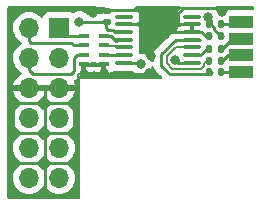
<source format=gbr>
%TF.GenerationSoftware,KiCad,Pcbnew,7.0.8*%
%TF.CreationDate,2024-05-05T13:27:43-04:00*%
%TF.ProjectId,n64amp,6e363461-6d70-42e6-9b69-6361645f7063,rev?*%
%TF.SameCoordinates,Original*%
%TF.FileFunction,Copper,L1,Top*%
%TF.FilePolarity,Positive*%
%FSLAX46Y46*%
G04 Gerber Fmt 4.6, Leading zero omitted, Abs format (unit mm)*
G04 Created by KiCad (PCBNEW 7.0.8) date 2024-05-05 13:27:43*
%MOMM*%
%LPD*%
G01*
G04 APERTURE LIST*
G04 Aperture macros list*
%AMRoundRect*
0 Rectangle with rounded corners*
0 $1 Rounding radius*
0 $2 $3 $4 $5 $6 $7 $8 $9 X,Y pos of 4 corners*
0 Add a 4 corners polygon primitive as box body*
4,1,4,$2,$3,$4,$5,$6,$7,$8,$9,$2,$3,0*
0 Add four circle primitives for the rounded corners*
1,1,$1+$1,$2,$3*
1,1,$1+$1,$4,$5*
1,1,$1+$1,$6,$7*
1,1,$1+$1,$8,$9*
0 Add four rect primitives between the rounded corners*
20,1,$1+$1,$2,$3,$4,$5,0*
20,1,$1+$1,$4,$5,$6,$7,0*
20,1,$1+$1,$6,$7,$8,$9,0*
20,1,$1+$1,$8,$9,$2,$3,0*%
G04 Aperture macros list end*
%TA.AperFunction,SMDPad,CuDef*%
%ADD10RoundRect,0.140000X0.170000X-0.140000X0.170000X0.140000X-0.170000X0.140000X-0.170000X-0.140000X0*%
%TD*%
%TA.AperFunction,SMDPad,CuDef*%
%ADD11RoundRect,0.135000X0.135000X0.185000X-0.135000X0.185000X-0.135000X-0.185000X0.135000X-0.185000X0*%
%TD*%
%TA.AperFunction,SMDPad,CuDef*%
%ADD12R,0.900000X0.400000*%
%TD*%
%TA.AperFunction,SMDPad,CuDef*%
%ADD13RoundRect,0.135000X-0.135000X-0.185000X0.135000X-0.185000X0.135000X0.185000X-0.135000X0.185000X0*%
%TD*%
%TA.AperFunction,SMDPad,CuDef*%
%ADD14R,2.000000X1.000000*%
%TD*%
%TA.AperFunction,SMDPad,CuDef*%
%ADD15RoundRect,0.140000X0.140000X0.170000X-0.140000X0.170000X-0.140000X-0.170000X0.140000X-0.170000X0*%
%TD*%
%TA.AperFunction,SMDPad,CuDef*%
%ADD16RoundRect,0.100000X0.637500X0.100000X-0.637500X0.100000X-0.637500X-0.100000X0.637500X-0.100000X0*%
%TD*%
%TA.AperFunction,ComponentPad*%
%ADD17R,1.700000X1.700000*%
%TD*%
%TA.AperFunction,ComponentPad*%
%ADD18O,1.700000X1.700000*%
%TD*%
%TA.AperFunction,ViaPad*%
%ADD19C,0.800000*%
%TD*%
%TA.AperFunction,Conductor*%
%ADD20C,0.250000*%
%TD*%
%TA.AperFunction,Conductor*%
%ADD21C,0.200000*%
%TD*%
G04 APERTURE END LIST*
D10*
%TO.P,C4,1*%
%TO.N,+5V*%
X20490600Y-13459600D03*
%TO.P,C4,2*%
%TO.N,GND*%
X20490600Y-12499600D03*
%TD*%
D11*
%TO.P,R1,1*%
%TO.N,CSYNC_IN*%
X30179200Y-13614400D03*
%TO.P,R1,2*%
%TO.N,CSYNC_TERM*%
X29159200Y-13614400D03*
%TD*%
D12*
%TO.P,RN1,1,R1.1*%
%TO.N,R_OUT*%
X18511200Y-14618000D03*
%TO.P,RN1,2,R2.1*%
%TO.N,G_OUT*%
X18511200Y-15418000D03*
%TO.P,RN1,3,R3.1*%
%TO.N,B_OUT*%
X18511200Y-16218000D03*
%TO.P,RN1,4,R4.1*%
%TO.N,GND*%
X18511200Y-17018000D03*
%TO.P,RN1,5,R4.2*%
X20211200Y-17018000D03*
%TO.P,RN1,6,R3.2*%
%TO.N,Net-(RN1-R3.2)*%
X20211200Y-16218000D03*
%TO.P,RN1,7,R2.2*%
%TO.N,Net-(RN1-R2.2)*%
X20211200Y-15418000D03*
%TO.P,RN1,8,R1.2*%
%TO.N,Net-(RN1-R1.2)*%
X20211200Y-14618000D03*
%TD*%
D13*
%TO.P,R2,1*%
%TO.N,GND*%
X29157200Y-14630400D03*
%TO.P,R2,2*%
%TO.N,CSYNC_TERM*%
X30177200Y-14630400D03*
%TD*%
D14*
%TO.P,TP4,1,1*%
%TO.N,G_IN*%
X31850000Y-16256000D03*
%TD*%
D15*
%TO.P,C1,1*%
%TO.N,B_IN*%
X30119200Y-15697200D03*
%TO.P,C1,2*%
%TO.N,Net-(U1-CH2_IN)*%
X29159200Y-15697200D03*
%TD*%
%TO.P,C3,1*%
%TO.N,R_IN*%
X30119200Y-17703800D03*
%TO.P,C3,2*%
%TO.N,Net-(U1-CH4_IN)*%
X29159200Y-17703800D03*
%TD*%
D14*
%TO.P,TP2,1,1*%
%TO.N,CSYNC_IN*%
X31851600Y-13436600D03*
%TD*%
D15*
%TO.P,C2,1*%
%TO.N,G_IN*%
X30119200Y-16713200D03*
%TO.P,C2,2*%
%TO.N,Net-(U1-CH3_IN)*%
X29159200Y-16713200D03*
%TD*%
D14*
%TO.P,TP3,1,1*%
%TO.N,B_IN*%
X31851600Y-14859000D03*
%TD*%
%TO.P,TP5,1,1*%
%TO.N,R_IN*%
X31826200Y-17653000D03*
%TD*%
D16*
%TO.P,U1,1,CH1_IN*%
%TO.N,CSYNC_TERM*%
X27678800Y-16879600D03*
%TO.P,U1,2,CH2_IN*%
%TO.N,Net-(U1-CH2_IN)*%
X27678800Y-16229600D03*
%TO.P,U1,3,CH3_IN*%
%TO.N,Net-(U1-CH3_IN)*%
X27678800Y-15579600D03*
%TO.P,U1,4,CH4_IN*%
%TO.N,Net-(U1-CH4_IN)*%
X27678800Y-14929600D03*
%TO.P,U1,5,GND*%
%TO.N,GND*%
X27678800Y-14279600D03*
%TO.P,U1,6,DISABLE*%
X27678800Y-13629600D03*
%TO.P,U1,7,NC*%
%TO.N,unconnected-(U1-NC-Pad7)*%
X27678800Y-12979600D03*
%TO.P,U1,8,NC*%
%TO.N,unconnected-(U1-NC-Pad8)*%
X21953800Y-12979600D03*
%TO.P,U1,9,BYPASS*%
%TO.N,GND*%
X21953800Y-13629600D03*
%TO.P,U1,10,V_{S+}*%
%TO.N,+5V*%
X21953800Y-14279600D03*
%TO.P,U1,11,CH4_OUT*%
%TO.N,Net-(RN1-R1.2)*%
X21953800Y-14929600D03*
%TO.P,U1,12,CH3_OUT*%
%TO.N,Net-(RN1-R2.2)*%
X21953800Y-15579600D03*
%TO.P,U1,13,CH2_OUT*%
%TO.N,Net-(RN1-R3.2)*%
X21953800Y-16229600D03*
%TO.P,U1,14,CH1_OUT*%
%TO.N,CSYNC_OUT*%
X21953800Y-16879600D03*
%TD*%
D17*
%TO.P,J1,1,Pin_1*%
%TO.N,R_OUT*%
X16426600Y-13944800D03*
D18*
%TO.P,J1,2,Pin_2*%
%TO.N,G_OUT*%
X13886600Y-13944800D03*
%TO.P,J1,3,Pin_3*%
%TO.N,CSYNC_OUT*%
X16426600Y-16484800D03*
%TO.P,J1,4,Pin_4*%
%TO.N,B_OUT*%
X13886600Y-16484800D03*
%TO.P,J1,5,Pin_5*%
%TO.N,GND*%
X16426600Y-19024800D03*
%TO.P,J1,6,Pin_6*%
X13886600Y-19024800D03*
%TO.P,J1,7,Pin_7*%
%TO.N,unconnected-(J1-Pin_7-Pad7)*%
X16426600Y-21564800D03*
%TO.P,J1,8,Pin_8*%
%TO.N,unconnected-(J1-Pin_8-Pad8)*%
X13886600Y-21564800D03*
%TO.P,J1,9,Pin_9*%
%TO.N,unconnected-(J1-Pin_9-Pad9)*%
X16426600Y-24104800D03*
%TO.P,J1,10,Pin_10*%
%TO.N,+5V*%
X13886600Y-24104800D03*
%TO.P,J1,11,Pin_11*%
%TO.N,unconnected-(J1-Pin_11-Pad11)*%
X16426600Y-26644800D03*
%TO.P,J1,12,Pin_12*%
%TO.N,unconnected-(J1-Pin_12-Pad12)*%
X13886600Y-26644800D03*
%TD*%
D19*
%TO.N,+5V*%
X18153800Y-13436800D03*
%TO.N,GND*%
X15105800Y-27965600D03*
X19296800Y-12674800D03*
X12565800Y-22885600D03*
X30226000Y-12598400D03*
X24044966Y-17746843D03*
X18509400Y-17831000D03*
X20236600Y-17780200D03*
X17696600Y-22834800D03*
X12464200Y-25425600D03*
X17747400Y-25374800D03*
X25418200Y-14554400D03*
X17645800Y-20421800D03*
X24173600Y-16307000D03*
X15207400Y-25374800D03*
%TO.N,CSYNC_TERM*%
X26263057Y-16649100D03*
X29015800Y-12992700D03*
%TO.N,CSYNC_OUT*%
X23360800Y-17018200D03*
%TD*%
D20*
%TO.N,+5V*%
X20994400Y-14093000D02*
X21181000Y-14279600D01*
X18153800Y-13436800D02*
X20442400Y-13436800D01*
X20442400Y-13947400D02*
X20588000Y-14093000D01*
X21181000Y-14279600D02*
X21953800Y-14279600D01*
X20442400Y-13436800D02*
X20442400Y-13947400D01*
X20588000Y-14093000D02*
X20994400Y-14093000D01*
D21*
%TO.N,GND*%
X18560200Y-17780200D02*
X20236600Y-17780200D01*
D20*
X12565800Y-20294800D02*
X17696600Y-20294800D01*
D21*
X18509400Y-17831000D02*
X18026800Y-17831000D01*
D20*
X28478200Y-14279600D02*
X27678800Y-14279600D01*
X17747400Y-25374800D02*
X15207400Y-25374800D01*
X26343000Y-13629600D02*
X27678800Y-13629600D01*
D21*
X18509400Y-17032400D02*
X18511200Y-17030600D01*
D20*
X12515000Y-25374800D02*
X12464200Y-25425600D01*
X28854400Y-14655800D02*
X28478200Y-14279600D01*
X12182800Y-12803800D02*
X12182800Y-19024800D01*
X18890400Y-12268400D02*
X12718200Y-12268400D01*
X23986209Y-17805600D02*
X20490600Y-17805600D01*
X20594800Y-12395400D02*
X23259200Y-12395400D01*
X25693000Y-14279600D02*
X25418200Y-14554400D01*
X20183200Y-12268400D02*
X19703200Y-12268400D01*
X12565800Y-22885600D02*
X12565800Y-20294800D01*
X17696600Y-20371000D02*
X17645800Y-20421800D01*
X15207400Y-27864000D02*
X15105800Y-27965600D01*
D21*
X20236600Y-17780200D02*
X20287400Y-18008800D01*
D20*
X30226000Y-12598400D02*
X29895800Y-12268200D01*
D21*
X18026800Y-19024800D02*
X16426600Y-19024800D01*
D20*
X15207400Y-25374800D02*
X15207400Y-27864000D01*
X23259200Y-12395400D02*
X25418200Y-14554400D01*
X24044966Y-17746843D02*
X23986209Y-17805600D01*
X17696600Y-20294800D02*
X17696600Y-20371000D01*
X26459600Y-13513000D02*
X25418200Y-14554400D01*
X20439800Y-12525000D02*
X20183200Y-12268400D01*
X29286200Y-14630400D02*
X29260800Y-14655800D01*
D21*
X18509400Y-17831000D02*
X18560200Y-17780200D01*
D20*
X12182800Y-19024800D02*
X13886600Y-19024800D01*
X19296800Y-12674800D02*
X18890400Y-12268400D01*
X27678800Y-14279600D02*
X25693000Y-14279600D01*
X26459600Y-12751000D02*
X26459600Y-13513000D01*
X20490600Y-17805600D02*
X20287400Y-18008800D01*
X17696600Y-22834800D02*
X15207400Y-22834800D01*
X20211200Y-17754800D02*
X20236600Y-17780200D01*
X20211200Y-17030600D02*
X20211200Y-17754800D01*
D21*
X18026800Y-17831000D02*
X18026800Y-19024800D01*
D20*
X17696600Y-20472600D02*
X17696600Y-22834800D01*
X21953800Y-13629600D02*
X24493400Y-13629600D01*
X15207400Y-19177200D02*
X15207400Y-22834800D01*
X15055000Y-19024800D02*
X13886600Y-19024800D01*
X15207400Y-25374800D02*
X12515000Y-25374800D01*
X12616600Y-22834800D02*
X12565800Y-22885600D01*
X29895800Y-12268200D02*
X26942400Y-12268200D01*
X27678800Y-13629600D02*
X27678800Y-14279600D01*
X19703200Y-12268400D02*
X19296800Y-12674800D01*
X26942400Y-12268200D02*
X26459600Y-12751000D01*
X20490600Y-12499600D02*
X20594800Y-12395400D01*
X17645800Y-20421800D02*
X17696600Y-20472600D01*
X15207400Y-22834800D02*
X15207400Y-25374800D01*
X15055000Y-19024800D02*
X15207400Y-19177200D01*
D21*
X18509400Y-17831000D02*
X18509400Y-17032400D01*
D20*
X12718200Y-12268400D02*
X12182800Y-12803800D01*
X25418200Y-14554400D02*
X26343000Y-13629600D01*
X16426600Y-19024800D02*
X15055000Y-19024800D01*
X24493400Y-13629600D02*
X25418200Y-14554400D01*
X15207400Y-22834800D02*
X12616600Y-22834800D01*
X29260800Y-14655800D02*
X28854400Y-14655800D01*
%TO.N,Net-(U1-CH2_IN)*%
X28398200Y-16229600D02*
X27678800Y-16229600D01*
X28930400Y-15697400D02*
X28398200Y-16229600D01*
X29136400Y-15697400D02*
X28930400Y-15697400D01*
D21*
%TO.N,Net-(U1-CH3_IN)*%
X25538057Y-16348795D02*
X26307252Y-15579600D01*
X29060998Y-16835944D02*
X28833256Y-16835944D01*
X28741300Y-17105700D02*
X28716300Y-17130700D01*
X25538057Y-16949405D02*
X25538057Y-16348795D01*
X28716300Y-17145288D02*
X28456988Y-17404600D01*
X25993252Y-17404600D02*
X25538057Y-16949405D01*
X26307252Y-15579600D02*
X27678800Y-15579600D01*
X28716300Y-17130700D02*
X28716300Y-17145288D01*
X28833256Y-16835944D02*
X28741300Y-16927900D01*
X28456988Y-17404600D02*
X25993252Y-17404600D01*
X28741300Y-16927900D02*
X28741300Y-17105700D01*
D20*
%TO.N,Net-(U1-CH4_IN)*%
X25088057Y-16162399D02*
X25088057Y-17135801D01*
X26320856Y-14929600D02*
X25088057Y-16162399D01*
X25806856Y-17854600D02*
X29216800Y-17854600D01*
X25088057Y-17135801D02*
X25806856Y-17854600D01*
X27678800Y-14929600D02*
X28367342Y-14929600D01*
X29216800Y-17854600D02*
X29367600Y-17703800D01*
X27678800Y-14929600D02*
X26320856Y-14929600D01*
%TO.N,CSYNC_TERM*%
X26263057Y-16649100D02*
X26377300Y-16649100D01*
X29015800Y-12992700D02*
X29284200Y-13261100D01*
X26263057Y-16649100D02*
X26493557Y-16879600D01*
X29284200Y-13261100D02*
X29284200Y-13614400D01*
X29284200Y-13614400D02*
X29584200Y-13914400D01*
X29584200Y-13914400D02*
X29584200Y-14086862D01*
X26377300Y-16649100D02*
X26593800Y-16865600D01*
X30127738Y-14630400D02*
X30306200Y-14630400D01*
X26493557Y-16879600D02*
X27678800Y-16879600D01*
X29584200Y-14086862D02*
X30127738Y-14630400D01*
%TO.N,B_IN*%
X31038800Y-14859000D02*
X30292400Y-15605400D01*
X31851600Y-14859000D02*
X31038800Y-14859000D01*
X30292400Y-15605400D02*
X30292400Y-15697400D01*
%TO.N,G_IN*%
X30734000Y-16256000D02*
X30325000Y-16665000D01*
X31546800Y-16256000D02*
X30734000Y-16256000D01*
X30325000Y-16665000D02*
X30325000Y-16713200D01*
X31673800Y-16383000D02*
X31546800Y-16256000D01*
%TO.N,R_IN*%
X31992800Y-17703800D02*
X32018200Y-17729200D01*
X30327600Y-17703800D02*
X31992800Y-17703800D01*
%TO.N,R_OUT*%
X18511200Y-14630600D02*
X17112400Y-14630600D01*
X17112400Y-14630600D02*
X16426600Y-13944800D01*
%TO.N,G_OUT*%
X13886600Y-15037000D02*
X14064400Y-15214800D01*
X17683800Y-15430600D02*
X18511200Y-15430600D01*
X17468000Y-15214800D02*
X17683800Y-15430600D01*
X14064400Y-15214800D02*
X17468000Y-15214800D01*
X13886600Y-13944800D02*
X13886600Y-15037000D01*
%TO.N,CSYNC_OUT*%
X21953800Y-16879600D02*
X23120600Y-16879600D01*
X23360800Y-17119800D02*
X23284600Y-17043600D01*
X23360800Y-17018200D02*
X23360800Y-17119800D01*
X23259200Y-17018200D02*
X23360800Y-17018200D01*
X23120600Y-16879600D02*
X23259200Y-17018200D01*
%TO.N,B_OUT*%
X13886600Y-17526200D02*
X14191400Y-17831000D01*
X17971608Y-16230600D02*
X18511200Y-16230600D01*
X17696600Y-17558600D02*
X17696600Y-16505608D01*
X14191400Y-17831000D02*
X17424200Y-17831000D01*
X13886600Y-16484800D02*
X13886600Y-17526200D01*
X17696600Y-16505608D02*
X17971608Y-16230600D01*
X17424200Y-17831000D02*
X17696600Y-17558600D01*
%TO.N,CSYNC_IN*%
X31242000Y-13614400D02*
X30304200Y-13614400D01*
X31419800Y-13436600D02*
X31242000Y-13614400D01*
%TO.N,Net-(RN1-R1.2)*%
X20828200Y-14630600D02*
X20211200Y-14630600D01*
X21228800Y-15031200D02*
X20828200Y-14630600D01*
X21303400Y-15031200D02*
X21228800Y-15031200D01*
%TO.N,Net-(RN1-R3.2)*%
X20211200Y-16230600D02*
X21952800Y-16230600D01*
X21952800Y-16230600D02*
X21953800Y-16229600D01*
D21*
%TO.N,Net-(RN1-R2.2)*%
X21868400Y-15494200D02*
X20274800Y-15494200D01*
X21953800Y-15579600D02*
X21868400Y-15494200D01*
X20274800Y-15494200D02*
X20211200Y-15430600D01*
%TD*%
%TA.AperFunction,Conductor*%
%TO.N,GND*%
G36*
X19626671Y-12136111D02*
G01*
X19672427Y-12188914D01*
X19679982Y-12241458D01*
X19686095Y-12249600D01*
X20616600Y-12249600D01*
X20683639Y-12269285D01*
X20729394Y-12322089D01*
X20740600Y-12373600D01*
X20740600Y-12555100D01*
X20720915Y-12622139D01*
X20668111Y-12667894D01*
X20616600Y-12679100D01*
X20255908Y-12679100D01*
X20219608Y-12681956D01*
X20219602Y-12681957D01*
X20064210Y-12727103D01*
X20064205Y-12727106D01*
X20055366Y-12732332D01*
X19992248Y-12749600D01*
X19686095Y-12749600D01*
X19676971Y-12761752D01*
X19620977Y-12803544D01*
X19577810Y-12811300D01*
X18857548Y-12811300D01*
X18790509Y-12791615D01*
X18765400Y-12770274D01*
X18759673Y-12763914D01*
X18759669Y-12763910D01*
X18606534Y-12652651D01*
X18606529Y-12652648D01*
X18433607Y-12575657D01*
X18433602Y-12575655D01*
X18287801Y-12544665D01*
X18248446Y-12536300D01*
X18059154Y-12536300D01*
X18026697Y-12543198D01*
X17873997Y-12575655D01*
X17873992Y-12575657D01*
X17701070Y-12652649D01*
X17683734Y-12665243D01*
X17617926Y-12688719D01*
X17549873Y-12672890D01*
X17536544Y-12664188D01*
X17518935Y-12651006D01*
X17518928Y-12651002D01*
X17384082Y-12600708D01*
X17384083Y-12600708D01*
X17324483Y-12594301D01*
X17324481Y-12594300D01*
X17324473Y-12594300D01*
X17324464Y-12594300D01*
X15528729Y-12594300D01*
X15528723Y-12594301D01*
X15469116Y-12600708D01*
X15334271Y-12651002D01*
X15334264Y-12651006D01*
X15219055Y-12737252D01*
X15219052Y-12737255D01*
X15132806Y-12852464D01*
X15132803Y-12852469D01*
X15083789Y-12983883D01*
X15041917Y-13039816D01*
X14976453Y-13064233D01*
X14908180Y-13049381D01*
X14879926Y-13028230D01*
X14758002Y-12906306D01*
X14757995Y-12906301D01*
X14564434Y-12770767D01*
X14564430Y-12770765D01*
X14545102Y-12761752D01*
X14350263Y-12670897D01*
X14350259Y-12670896D01*
X14350255Y-12670894D01*
X14122013Y-12609738D01*
X14122003Y-12609736D01*
X13886601Y-12589141D01*
X13886599Y-12589141D01*
X13651196Y-12609736D01*
X13651186Y-12609738D01*
X13422944Y-12670894D01*
X13422935Y-12670898D01*
X13208771Y-12770764D01*
X13208769Y-12770765D01*
X13015197Y-12906305D01*
X12848105Y-13073397D01*
X12712565Y-13266969D01*
X12712564Y-13266971D01*
X12612698Y-13481135D01*
X12612694Y-13481144D01*
X12551538Y-13709386D01*
X12551536Y-13709396D01*
X12530941Y-13944799D01*
X12530941Y-13944800D01*
X12551536Y-14180203D01*
X12551538Y-14180213D01*
X12612694Y-14408455D01*
X12612696Y-14408459D01*
X12612697Y-14408463D01*
X12678704Y-14550014D01*
X12712565Y-14622630D01*
X12712567Y-14622634D01*
X12747721Y-14672838D01*
X12829925Y-14790238D01*
X12848101Y-14816195D01*
X12848106Y-14816202D01*
X13015197Y-14983293D01*
X13015203Y-14983298D01*
X13200758Y-15113225D01*
X13244383Y-15167802D01*
X13251577Y-15237300D01*
X13220054Y-15299655D01*
X13200758Y-15316375D01*
X13015197Y-15446305D01*
X12848105Y-15613397D01*
X12712565Y-15806969D01*
X12712564Y-15806971D01*
X12612698Y-16021135D01*
X12612694Y-16021144D01*
X12551538Y-16249386D01*
X12551536Y-16249396D01*
X12530941Y-16484799D01*
X12530941Y-16484800D01*
X12551536Y-16720203D01*
X12551538Y-16720213D01*
X12612694Y-16948455D01*
X12612696Y-16948459D01*
X12612697Y-16948463D01*
X12672387Y-17076468D01*
X12712565Y-17162630D01*
X12712567Y-17162634D01*
X12848101Y-17356195D01*
X12848106Y-17356202D01*
X13015197Y-17523293D01*
X13015203Y-17523298D01*
X13064453Y-17557783D01*
X13178470Y-17637619D01*
X13201194Y-17653530D01*
X13244819Y-17708107D01*
X13252013Y-17777605D01*
X13220490Y-17839960D01*
X13201195Y-17856680D01*
X13015522Y-17986690D01*
X13015520Y-17986691D01*
X12848491Y-18153720D01*
X12848486Y-18153726D01*
X12713000Y-18347220D01*
X12712999Y-18347222D01*
X12613170Y-18561307D01*
X12613167Y-18561313D01*
X12555964Y-18774799D01*
X12555964Y-18774800D01*
X13452914Y-18774800D01*
X13427107Y-18814956D01*
X13386600Y-18952911D01*
X13386600Y-19096689D01*
X13427107Y-19234644D01*
X13452914Y-19274800D01*
X12555964Y-19274800D01*
X12613167Y-19488286D01*
X12613170Y-19488292D01*
X12712999Y-19702378D01*
X12848494Y-19895882D01*
X13015517Y-20062905D01*
X13201195Y-20192919D01*
X13244819Y-20247496D01*
X13252012Y-20316995D01*
X13220490Y-20379349D01*
X13201195Y-20396069D01*
X13015194Y-20526308D01*
X12848105Y-20693397D01*
X12712565Y-20886969D01*
X12712564Y-20886971D01*
X12612698Y-21101135D01*
X12612694Y-21101144D01*
X12551538Y-21329386D01*
X12551536Y-21329396D01*
X12530941Y-21564799D01*
X12530941Y-21564800D01*
X12551536Y-21800203D01*
X12551538Y-21800213D01*
X12612694Y-22028455D01*
X12612696Y-22028459D01*
X12612697Y-22028463D01*
X12616600Y-22036832D01*
X12712565Y-22242630D01*
X12712567Y-22242634D01*
X12820881Y-22397321D01*
X12848101Y-22436196D01*
X12848106Y-22436202D01*
X13015197Y-22603293D01*
X13015203Y-22603298D01*
X13200758Y-22733225D01*
X13244383Y-22787802D01*
X13251577Y-22857300D01*
X13220054Y-22919655D01*
X13200758Y-22936375D01*
X13015197Y-23066305D01*
X12848105Y-23233397D01*
X12712565Y-23426969D01*
X12712564Y-23426971D01*
X12612698Y-23641135D01*
X12612694Y-23641144D01*
X12551538Y-23869386D01*
X12551536Y-23869396D01*
X12530941Y-24104799D01*
X12530941Y-24104800D01*
X12551536Y-24340203D01*
X12551538Y-24340213D01*
X12612694Y-24568455D01*
X12612696Y-24568459D01*
X12612697Y-24568463D01*
X12616600Y-24576832D01*
X12712565Y-24782630D01*
X12712567Y-24782634D01*
X12820881Y-24937321D01*
X12848101Y-24976196D01*
X12848106Y-24976202D01*
X13015197Y-25143293D01*
X13015203Y-25143298D01*
X13200758Y-25273225D01*
X13244383Y-25327802D01*
X13251577Y-25397300D01*
X13220054Y-25459655D01*
X13200758Y-25476375D01*
X13015197Y-25606305D01*
X12848105Y-25773397D01*
X12712565Y-25966969D01*
X12712564Y-25966971D01*
X12612698Y-26181135D01*
X12612694Y-26181144D01*
X12551538Y-26409386D01*
X12551536Y-26409396D01*
X12530941Y-26644799D01*
X12530941Y-26644800D01*
X12551536Y-26880203D01*
X12551538Y-26880213D01*
X12612694Y-27108455D01*
X12612696Y-27108459D01*
X12612697Y-27108463D01*
X12616600Y-27116832D01*
X12712565Y-27322630D01*
X12712567Y-27322634D01*
X12820881Y-27477321D01*
X12848105Y-27516201D01*
X13015199Y-27683295D01*
X13111984Y-27751065D01*
X13208765Y-27818832D01*
X13208767Y-27818833D01*
X13208770Y-27818835D01*
X13422937Y-27918703D01*
X13651192Y-27979863D01*
X13839518Y-27996339D01*
X13886599Y-28000459D01*
X13886600Y-28000459D01*
X13886601Y-28000459D01*
X13925834Y-27997026D01*
X14122008Y-27979863D01*
X14350263Y-27918703D01*
X14564430Y-27818835D01*
X14758001Y-27683295D01*
X14925095Y-27516201D01*
X15055025Y-27330642D01*
X15109602Y-27287017D01*
X15179100Y-27279823D01*
X15241455Y-27311346D01*
X15258175Y-27330642D01*
X15388100Y-27516195D01*
X15388105Y-27516201D01*
X15555199Y-27683295D01*
X15651984Y-27751065D01*
X15748765Y-27818832D01*
X15748767Y-27818833D01*
X15748770Y-27818835D01*
X15962937Y-27918703D01*
X16191192Y-27979863D01*
X16379518Y-27996339D01*
X16426599Y-28000459D01*
X16426600Y-28000459D01*
X16426601Y-28000459D01*
X16465834Y-27997026D01*
X16662008Y-27979863D01*
X16890263Y-27918703D01*
X17104430Y-27818835D01*
X17298001Y-27683295D01*
X17465095Y-27516201D01*
X17600635Y-27322630D01*
X17700503Y-27108463D01*
X17761663Y-26880208D01*
X17782259Y-26644800D01*
X17761663Y-26409392D01*
X17700503Y-26181137D01*
X17600635Y-25966971D01*
X17595025Y-25958958D01*
X17465094Y-25773397D01*
X17298002Y-25606306D01*
X17297996Y-25606301D01*
X17112442Y-25476375D01*
X17068817Y-25421798D01*
X17061623Y-25352300D01*
X17093146Y-25289945D01*
X17112442Y-25273225D01*
X17134626Y-25257691D01*
X17298001Y-25143295D01*
X17465095Y-24976201D01*
X17600635Y-24782630D01*
X17700503Y-24568463D01*
X17761663Y-24340208D01*
X17782259Y-24104800D01*
X17761663Y-23869392D01*
X17700503Y-23641137D01*
X17600635Y-23426971D01*
X17595025Y-23418958D01*
X17465094Y-23233397D01*
X17298002Y-23066306D01*
X17297996Y-23066301D01*
X17112442Y-22936375D01*
X17068817Y-22881798D01*
X17061623Y-22812300D01*
X17093146Y-22749945D01*
X17112442Y-22733225D01*
X17134626Y-22717691D01*
X17298001Y-22603295D01*
X17465095Y-22436201D01*
X17600635Y-22242630D01*
X17700503Y-22028463D01*
X17761663Y-21800208D01*
X17782259Y-21564800D01*
X17761663Y-21329392D01*
X17700503Y-21101137D01*
X17600635Y-20886971D01*
X17595025Y-20878958D01*
X17465094Y-20693397D01*
X17298002Y-20526306D01*
X17298001Y-20526305D01*
X17112005Y-20396069D01*
X17068381Y-20341492D01*
X17061188Y-20271993D01*
X17092710Y-20209639D01*
X17112005Y-20192919D01*
X17297682Y-20062905D01*
X17464705Y-19895882D01*
X17600200Y-19702378D01*
X17700029Y-19488292D01*
X17700032Y-19488286D01*
X17757236Y-19274800D01*
X16860286Y-19274800D01*
X16886093Y-19234644D01*
X16926600Y-19096689D01*
X16926600Y-18952911D01*
X16886093Y-18814956D01*
X16860286Y-18774800D01*
X17757236Y-18774800D01*
X17757235Y-18774799D01*
X17700029Y-18561308D01*
X17688354Y-18536271D01*
X17677861Y-18467194D01*
X17706379Y-18403409D01*
X17727848Y-18383546D01*
X17727928Y-18383487D01*
X17727932Y-18383486D01*
X17765639Y-18356088D01*
X17770490Y-18352901D01*
X17810620Y-18329170D01*
X17824789Y-18314999D01*
X17839579Y-18302368D01*
X17855787Y-18290594D01*
X17885499Y-18254676D01*
X17889412Y-18250376D01*
X18080386Y-18059402D01*
X18092648Y-18049580D01*
X18092465Y-18049359D01*
X18098467Y-18044392D01*
X18098477Y-18044386D01*
X18145841Y-17993948D01*
X18166720Y-17973070D01*
X18170973Y-17967586D01*
X18174750Y-17963163D01*
X18206662Y-17929182D01*
X18216314Y-17911623D01*
X18226989Y-17895372D01*
X18239274Y-17879536D01*
X18257786Y-17836752D01*
X18260342Y-17831535D01*
X18282797Y-17790692D01*
X18287780Y-17771280D01*
X18294078Y-17752887D01*
X18298241Y-17743268D01*
X18311200Y-17724201D01*
X18311200Y-17695732D01*
X18315097Y-17664890D01*
X18316005Y-17661354D01*
X18322100Y-17637619D01*
X18322100Y-17617583D01*
X18323627Y-17598182D01*
X18326760Y-17578404D01*
X18322375Y-17532015D01*
X18322100Y-17526177D01*
X18322100Y-17218000D01*
X18711200Y-17218000D01*
X18711200Y-17718000D01*
X19009028Y-17718000D01*
X19009044Y-17717999D01*
X19068572Y-17711598D01*
X19068579Y-17711596D01*
X19203286Y-17661354D01*
X19203289Y-17661352D01*
X19286888Y-17598770D01*
X19352352Y-17574352D01*
X19420625Y-17589203D01*
X19435512Y-17598770D01*
X19519110Y-17661352D01*
X19519113Y-17661354D01*
X19653820Y-17711596D01*
X19653827Y-17711598D01*
X19713355Y-17717999D01*
X19713372Y-17718000D01*
X20011200Y-17718000D01*
X20011200Y-17218000D01*
X18711200Y-17218000D01*
X18322100Y-17218000D01*
X18322100Y-17042499D01*
X18341785Y-16975460D01*
X18394589Y-16929705D01*
X18446100Y-16918499D01*
X19009071Y-16918499D01*
X19009072Y-16918499D01*
X19068683Y-16912091D01*
X19203531Y-16861796D01*
X19228996Y-16842733D01*
X19294461Y-16818316D01*
X19303307Y-16818000D01*
X19419093Y-16818000D01*
X19486132Y-16837685D01*
X19493404Y-16842733D01*
X19518868Y-16861795D01*
X19518871Y-16861797D01*
X19563818Y-16878561D01*
X19653717Y-16912091D01*
X19713327Y-16918500D01*
X20287201Y-16918499D01*
X20354239Y-16938183D01*
X20399994Y-16990987D01*
X20411200Y-17042499D01*
X20411200Y-17718000D01*
X20709028Y-17718000D01*
X20709044Y-17717999D01*
X20768572Y-17711598D01*
X20768579Y-17711596D01*
X20903286Y-17661354D01*
X20903289Y-17661352D01*
X21021209Y-17573077D01*
X21086673Y-17548659D01*
X21142972Y-17557782D01*
X21159538Y-17564644D01*
X21276939Y-17580100D01*
X22599785Y-17580099D01*
X22666824Y-17599784D01*
X22691934Y-17621126D01*
X22754928Y-17691087D01*
X22754929Y-17691088D01*
X22908065Y-17802348D01*
X22908070Y-17802351D01*
X23080992Y-17879342D01*
X23080997Y-17879344D01*
X23266154Y-17918700D01*
X23266155Y-17918700D01*
X23455444Y-17918700D01*
X23455446Y-17918700D01*
X23640603Y-17879344D01*
X23813530Y-17802351D01*
X23966671Y-17691088D01*
X24093333Y-17550416D01*
X24187979Y-17386484D01*
X24233181Y-17247364D01*
X24272618Y-17189691D01*
X24336977Y-17162492D01*
X24405823Y-17174406D01*
X24457299Y-17221650D01*
X24470182Y-17251067D01*
X24470932Y-17253650D01*
X24474881Y-17272712D01*
X24476111Y-17282441D01*
X24477393Y-17292592D01*
X24494547Y-17335920D01*
X24496439Y-17341448D01*
X24509438Y-17386189D01*
X24519637Y-17403435D01*
X24528195Y-17420904D01*
X24535571Y-17439533D01*
X24562955Y-17477224D01*
X24566163Y-17482108D01*
X24589884Y-17522217D01*
X24589890Y-17522225D01*
X24604047Y-17536381D01*
X24616685Y-17551177D01*
X24628462Y-17567387D01*
X24628463Y-17567388D01*
X24664366Y-17597089D01*
X24668677Y-17601011D01*
X25013677Y-17946012D01*
X25118284Y-18050619D01*
X25151769Y-18111942D01*
X25146785Y-18181634D01*
X25104913Y-18237567D01*
X25039449Y-18261984D01*
X25030603Y-18262300D01*
X18254838Y-18262300D01*
X18254632Y-18262259D01*
X18230078Y-18262259D01*
X18229979Y-18262300D01*
X18229695Y-18262416D01*
X18229693Y-18262418D01*
X18229537Y-18262799D01*
X18229554Y-18287416D01*
X18229549Y-18287416D01*
X18229578Y-18287559D01*
X18229578Y-28298300D01*
X18209893Y-28365339D01*
X18157089Y-28411094D01*
X18105578Y-28422300D01*
X12181800Y-28422300D01*
X12114761Y-28402615D01*
X12069006Y-28349811D01*
X12057800Y-28298300D01*
X12057800Y-12240497D01*
X12077485Y-12173458D01*
X12130289Y-12127703D01*
X12181794Y-12116498D01*
X19559636Y-12116428D01*
X19626671Y-12136111D01*
G37*
%TD.AperFunction*%
%TA.AperFunction,Conductor*%
G36*
X15241455Y-24771346D02*
G01*
X15258175Y-24790642D01*
X15388101Y-24976196D01*
X15388106Y-24976202D01*
X15555197Y-25143293D01*
X15555203Y-25143298D01*
X15740758Y-25273225D01*
X15784383Y-25327802D01*
X15791577Y-25397300D01*
X15760054Y-25459655D01*
X15740758Y-25476375D01*
X15555197Y-25606305D01*
X15388105Y-25773397D01*
X15258175Y-25958958D01*
X15203598Y-26002583D01*
X15134100Y-26009777D01*
X15071745Y-25978254D01*
X15055025Y-25958958D01*
X14925094Y-25773397D01*
X14758002Y-25606306D01*
X14757996Y-25606301D01*
X14572442Y-25476375D01*
X14528817Y-25421798D01*
X14521623Y-25352300D01*
X14553146Y-25289945D01*
X14572442Y-25273225D01*
X14594626Y-25257691D01*
X14758001Y-25143295D01*
X14925095Y-24976201D01*
X15055025Y-24790642D01*
X15109602Y-24747017D01*
X15179100Y-24739823D01*
X15241455Y-24771346D01*
G37*
%TD.AperFunction*%
%TA.AperFunction,Conductor*%
G36*
X15241455Y-22231346D02*
G01*
X15258175Y-22250642D01*
X15388101Y-22436196D01*
X15388106Y-22436202D01*
X15555197Y-22603293D01*
X15555203Y-22603298D01*
X15740758Y-22733225D01*
X15784383Y-22787802D01*
X15791577Y-22857300D01*
X15760054Y-22919655D01*
X15740758Y-22936375D01*
X15555197Y-23066305D01*
X15388105Y-23233397D01*
X15258175Y-23418958D01*
X15203598Y-23462583D01*
X15134100Y-23469777D01*
X15071745Y-23438254D01*
X15055025Y-23418958D01*
X14925094Y-23233397D01*
X14758002Y-23066306D01*
X14757996Y-23066301D01*
X14572442Y-22936375D01*
X14528817Y-22881798D01*
X14521623Y-22812300D01*
X14553146Y-22749945D01*
X14572442Y-22733225D01*
X14594626Y-22717691D01*
X14758001Y-22603295D01*
X14925095Y-22436201D01*
X15055025Y-22250642D01*
X15109602Y-22207017D01*
X15179100Y-22199823D01*
X15241455Y-22231346D01*
G37*
%TD.AperFunction*%
%TA.AperFunction,Conductor*%
G36*
X15241455Y-19690473D02*
G01*
X15258175Y-19709768D01*
X15388494Y-19895882D01*
X15555517Y-20062905D01*
X15741195Y-20192919D01*
X15784819Y-20247496D01*
X15792012Y-20316995D01*
X15760490Y-20379349D01*
X15741195Y-20396069D01*
X15555194Y-20526308D01*
X15388105Y-20693397D01*
X15258175Y-20878958D01*
X15203598Y-20922583D01*
X15134100Y-20929777D01*
X15071745Y-20898254D01*
X15055025Y-20878958D01*
X14925094Y-20693397D01*
X14758002Y-20526306D01*
X14758001Y-20526305D01*
X14572005Y-20396069D01*
X14528381Y-20341492D01*
X14521188Y-20271993D01*
X14552710Y-20209639D01*
X14572005Y-20192919D01*
X14757682Y-20062905D01*
X14924705Y-19895882D01*
X15055025Y-19709768D01*
X15109602Y-19666144D01*
X15179101Y-19658951D01*
X15241455Y-19690473D01*
G37*
%TD.AperFunction*%
%TA.AperFunction,Conductor*%
G36*
X15967107Y-18814956D02*
G01*
X15926600Y-18952911D01*
X15926600Y-19096689D01*
X15967107Y-19234644D01*
X15992914Y-19274800D01*
X14320286Y-19274800D01*
X14346093Y-19234644D01*
X14386600Y-19096689D01*
X14386600Y-18952911D01*
X14346093Y-18814956D01*
X14320286Y-18774800D01*
X15992914Y-18774800D01*
X15967107Y-18814956D01*
G37*
%TD.AperFunction*%
%TA.AperFunction,Conductor*%
G36*
X26758387Y-12136044D02*
G01*
X26804143Y-12188847D01*
X26814087Y-12258006D01*
X26785063Y-12321562D01*
X26745127Y-12350362D01*
X26745496Y-12351001D01*
X26739212Y-12354628D01*
X26738814Y-12354916D01*
X26738463Y-12355061D01*
X26613018Y-12451318D01*
X26516763Y-12576760D01*
X26456256Y-12722837D01*
X26456255Y-12722839D01*
X26440800Y-12840238D01*
X26440800Y-13118963D01*
X26456253Y-13236353D01*
X26456256Y-13236362D01*
X26465137Y-13257803D01*
X26472604Y-13327273D01*
X26465138Y-13352703D01*
X26456743Y-13372970D01*
X26449287Y-13429600D01*
X26491800Y-13429600D01*
X26558839Y-13449285D01*
X26590175Y-13478113D01*
X26613015Y-13507879D01*
X26613016Y-13507880D01*
X26613018Y-13507882D01*
X26738459Y-13604136D01*
X26738460Y-13604136D01*
X26742484Y-13607224D01*
X26783686Y-13663652D01*
X26787841Y-13733398D01*
X26753629Y-13794319D01*
X26691911Y-13827071D01*
X26666997Y-13829600D01*
X26449290Y-13829600D01*
X26449288Y-13829601D01*
X26456742Y-13886227D01*
X26456743Y-13886229D01*
X26465408Y-13907149D01*
X26472876Y-13976618D01*
X26465409Y-14002049D01*
X26456744Y-14022969D01*
X26441300Y-14140269D01*
X26441300Y-14179842D01*
X26421615Y-14246881D01*
X26368811Y-14292636D01*
X26321205Y-14303780D01*
X26312197Y-14304064D01*
X26311060Y-14304100D01*
X26281506Y-14304100D01*
X26280785Y-14304190D01*
X26274613Y-14304969D01*
X26268801Y-14305426D01*
X26222229Y-14306890D01*
X26222228Y-14306890D01*
X26202985Y-14312481D01*
X26183935Y-14316425D01*
X26164067Y-14318934D01*
X26120740Y-14336088D01*
X26115214Y-14337979D01*
X26070470Y-14350979D01*
X26070466Y-14350981D01*
X26053222Y-14361179D01*
X26035761Y-14369733D01*
X26017130Y-14377110D01*
X26017118Y-14377117D01*
X25979426Y-14404502D01*
X25974543Y-14407709D01*
X25934436Y-14431429D01*
X25920270Y-14445595D01*
X25905480Y-14458227D01*
X25889270Y-14470004D01*
X25889267Y-14470007D01*
X25859566Y-14505909D01*
X25855633Y-14510231D01*
X24704265Y-15661598D01*
X24692008Y-15671419D01*
X24692191Y-15671640D01*
X24686180Y-15676612D01*
X24638829Y-15727035D01*
X24617946Y-15747918D01*
X24617934Y-15747931D01*
X24613678Y-15753416D01*
X24609894Y-15757846D01*
X24577994Y-15791817D01*
X24577993Y-15791819D01*
X24568341Y-15809375D01*
X24557667Y-15825625D01*
X24545386Y-15841460D01*
X24545381Y-15841467D01*
X24526872Y-15884237D01*
X24524302Y-15889483D01*
X24501860Y-15930305D01*
X24496879Y-15949706D01*
X24490578Y-15968109D01*
X24482619Y-15986501D01*
X24482618Y-15986504D01*
X24475328Y-16032526D01*
X24474144Y-16038245D01*
X24462558Y-16083371D01*
X24462557Y-16083381D01*
X24462557Y-16103415D01*
X24461030Y-16122814D01*
X24457897Y-16142593D01*
X24457897Y-16142594D01*
X24462282Y-16188982D01*
X24462557Y-16194820D01*
X24462557Y-16712074D01*
X24442872Y-16779113D01*
X24390068Y-16824868D01*
X24320910Y-16834812D01*
X24257354Y-16805787D01*
X24220626Y-16750392D01*
X24187981Y-16649922D01*
X24187980Y-16649921D01*
X24187979Y-16649916D01*
X24093333Y-16485984D01*
X23966671Y-16345312D01*
X23966670Y-16345311D01*
X23813534Y-16234051D01*
X23813529Y-16234048D01*
X23640607Y-16157057D01*
X23640602Y-16157055D01*
X23494801Y-16126065D01*
X23455446Y-16117700D01*
X23304160Y-16117700D01*
X23237121Y-16098015D01*
X23191366Y-16045211D01*
X23181221Y-16009885D01*
X23180903Y-16007474D01*
X23176344Y-15972838D01*
X23167734Y-15952054D01*
X23160265Y-15882586D01*
X23167735Y-15857145D01*
X23174229Y-15841467D01*
X23176344Y-15836362D01*
X23191800Y-15718961D01*
X23191799Y-15440240D01*
X23176344Y-15322838D01*
X23167734Y-15302054D01*
X23160265Y-15232586D01*
X23167735Y-15207145D01*
X23173266Y-15193792D01*
X23176344Y-15186362D01*
X23191800Y-15068961D01*
X23191799Y-14790240D01*
X23176344Y-14672838D01*
X23167734Y-14652054D01*
X23160265Y-14582586D01*
X23167735Y-14557145D01*
X23170689Y-14550014D01*
X23176344Y-14536362D01*
X23191800Y-14418961D01*
X23191799Y-14140240D01*
X23191799Y-14140236D01*
X23176346Y-14022846D01*
X23176344Y-14022841D01*
X23176344Y-14022838D01*
X23167462Y-14001397D01*
X23159994Y-13931928D01*
X23167464Y-13906490D01*
X23175855Y-13886232D01*
X23175855Y-13886230D01*
X23183312Y-13829600D01*
X23140800Y-13829600D01*
X23073761Y-13809915D01*
X23042425Y-13781087D01*
X23019583Y-13751319D01*
X23019582Y-13751318D01*
X22989160Y-13727974D01*
X22947958Y-13671549D01*
X22943803Y-13601803D01*
X22978014Y-13540882D01*
X22989151Y-13531231D01*
X23019582Y-13507882D01*
X23040099Y-13481144D01*
X23042425Y-13478113D01*
X23098853Y-13436910D01*
X23140800Y-13429600D01*
X23183310Y-13429600D01*
X23183311Y-13429598D01*
X23175858Y-13372977D01*
X23175854Y-13372965D01*
X23167463Y-13352706D01*
X23159994Y-13283237D01*
X23167464Y-13257799D01*
X23176344Y-13236362D01*
X23191800Y-13118961D01*
X23191799Y-12840240D01*
X23191799Y-12840238D01*
X23191799Y-12840236D01*
X23176346Y-12722846D01*
X23176344Y-12722839D01*
X23176344Y-12722838D01*
X23115836Y-12576759D01*
X23019582Y-12451318D01*
X22894141Y-12355064D01*
X22893884Y-12354957D01*
X22893700Y-12354809D01*
X22887104Y-12351001D01*
X22887697Y-12349972D01*
X22839480Y-12311118D01*
X22817414Y-12244825D01*
X22834692Y-12177125D01*
X22885828Y-12129513D01*
X22941332Y-12116396D01*
X26691351Y-12116360D01*
X26758387Y-12136044D01*
G37*
%TD.AperFunction*%
%TA.AperFunction,Conductor*%
G36*
X27821839Y-13699784D02*
G01*
X27867594Y-13752588D01*
X27878800Y-13804099D01*
X27878800Y-14105100D01*
X27859115Y-14172139D01*
X27806311Y-14217894D01*
X27754800Y-14229100D01*
X27602800Y-14229100D01*
X27535761Y-14209415D01*
X27490006Y-14156611D01*
X27478800Y-14105100D01*
X27478800Y-13804099D01*
X27498485Y-13737060D01*
X27551289Y-13691305D01*
X27602797Y-13680099D01*
X27754801Y-13680099D01*
X27821839Y-13699784D01*
G37*
%TD.AperFunction*%
%TA.AperFunction,Conductor*%
G36*
X32879216Y-12135987D02*
G01*
X32924972Y-12188790D01*
X32936178Y-12240303D01*
X32936178Y-12312100D01*
X32916493Y-12379139D01*
X32863689Y-12424894D01*
X32812178Y-12436100D01*
X30803729Y-12436100D01*
X30803723Y-12436101D01*
X30744116Y-12442508D01*
X30609271Y-12492802D01*
X30609264Y-12492806D01*
X30494055Y-12579052D01*
X30494052Y-12579055D01*
X30407806Y-12694264D01*
X30407801Y-12694274D01*
X30400729Y-12713235D01*
X30358857Y-12769168D01*
X30293393Y-12793584D01*
X30284548Y-12793900D01*
X29988139Y-12793900D01*
X29921100Y-12774215D01*
X29875345Y-12721411D01*
X29870208Y-12708218D01*
X29842981Y-12624421D01*
X29842978Y-12624415D01*
X29841664Y-12622139D01*
X29748333Y-12460484D01*
X29624814Y-12323303D01*
X29594585Y-12260313D01*
X29603210Y-12190978D01*
X29647951Y-12137312D01*
X29714604Y-12116354D01*
X29716926Y-12116332D01*
X32812177Y-12116303D01*
X32879216Y-12135987D01*
G37*
%TD.AperFunction*%
%TD*%
M02*

</source>
